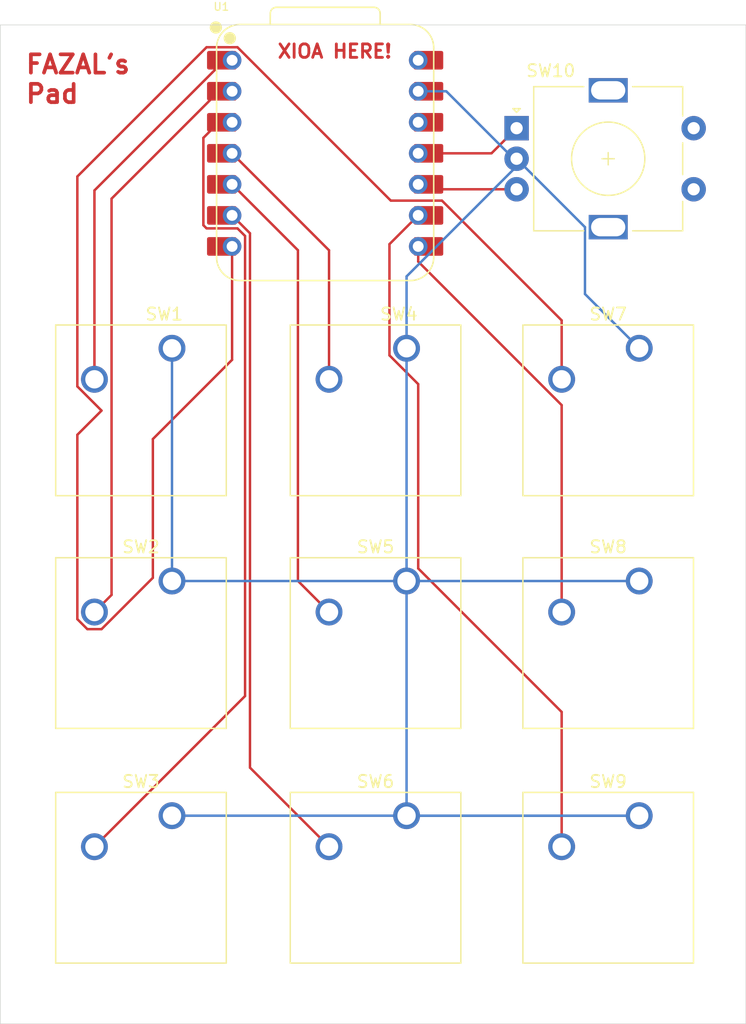
<source format=kicad_pcb>
(kicad_pcb (version 20241229) (generator "pcbnew") (generator_version "9.0")
  (layers (0 "F.Cu" signal) (2 "B.Cu" signal) (13 "F.Paste" user) (15 "B.Paste" user) (5 "F.SilkS" user "F.Silkscreen") (7 "B.SilkS" user "B.Silkscreen") (1 "F.Mask" user) (3 "B.Mask" user) (25 "Edge.Cuts" user))
  (net 0 "")
  (net 1 "Net-(U1-GPIO26{slash}ADC0{slash}A0)")
  (net 2 "GND")
  (net 3 "Net-(U1-GPIO27{slash}ADC1{slash}A1)")
  (net 4 "Net-(U1-GPIO28{slash}ADC2{slash}A2)")
  (net 5 "Net-(U1-GPIO29{slash}ADC3{slash}A3)")
  (net 6 "Net-(U1-GPIO6{slash}SDA)")
  (net 7 "Net-(U1-GPIO0{slash}TX)")
  (net 8 "Net-(U1-GPIO1{slash}RX)")
  (net 9 "Net-(U1-GPIO2{slash}SCK)")
  (net 10 "Net-(U1-GPIO3{slash}MOSI)")
  (net 11 "Net-(U1-GPIO4{slash}MISO)")
  (net 13 "+5V")
  (net 14 "Net-(U1-GPIO7{slash}SCL)")
  (footprint "BPL:RotaryEncoder_Alps_EC11E-Switch_Vertical_H20mm" (layer "F.Cu") (at 121.0875 62.63125)
    (property "Reference" "SW10" (at 2.8 -4.7 0) (layer "F.SilkS"))
    (property "Value" "RotaryEncoder")
    (fp_line (start -0.3 -1.6) (end 0.3 -1.6) (stroke (width 0.12)) (layer "F.SilkS"))
    (fp_line (start 0 -1.3) (end -0.3 -1.6) (stroke (width 0.12)) (layer "F.SilkS"))
    (fp_line (start 0.3 -1.6) (end 0 -1.3) (stroke (width 0.12)) (layer "F.SilkS"))
    (fp_line (start 1.4 -3.4) (end 1.4 8.4) (stroke (width 0.12)) (layer "F.SilkS"))
    (fp_line (start 5.5 -3.4) (end 1.4 -3.4) (stroke (width 0.12)) (layer "F.SilkS"))
    (fp_line (start 5.5 8.4) (end 1.4 8.4) (stroke (width 0.12)) (layer "F.SilkS"))
    (fp_line (start 7 2.5) (end 8 2.5) (stroke (width 0.12)) (layer "F.SilkS"))
    (fp_line (start 7.5 2) (end 7.5 3) (stroke (width 0.12)) (layer "F.SilkS"))
    (fp_line (start 9.5 -3.4) (end 13.6 -3.4) (stroke (width 0.12)) (layer "F.SilkS"))
    (fp_line (start 13.6 -3.4) (end 13.6 -1) (stroke (width 0.12)) (layer "F.SilkS"))
    (fp_line (start 13.6 1.2) (end 13.6 3.8) (stroke (width 0.12)) (layer "F.SilkS"))
    (fp_line (start 13.6 6) (end 13.6 8.4) (stroke (width 0.12)) (layer "F.SilkS"))
    (fp_line (start 13.6 8.4) (end 9.5 8.4) (stroke (width 0.12)) (layer "F.SilkS"))
    (fp_circle (center 7.5 2.5) (end 10.5 2.5) (stroke (width 0.12)) (fill no) (layer "F.SilkS"))
    (pad "A" thru_hole rect (at 0 0) (size 2 2) (drill 1) (layers "*.Cu" "*.Mask") (net 10 "Net-(U1-GPIO3{slash}MOSI)"))
    (pad "B" thru_hole circle (at 0 5) (size 2 2) (drill 1) (layers "*.Cu" "*.Mask") (net 11 "Net-(U1-GPIO4{slash}MISO)"))
    (pad "C" thru_hole circle (at 0 2.5) (size 2 2) (drill 1) (layers "*.Cu" "*.Mask") (net 2 "GND"))
    (pad "MP" thru_hole rect (at 7.5 -3.1) (size 3.2 2) (drill oval 2.8 1.5) (layers "*.Cu" "*.Mask"))
    (pad "MP" thru_hole rect (at 7.5 8.1) (size 3.2 2) (drill oval 2.8 1.5) (layers "*.Cu" "*.Mask"))
    (pad "S1" thru_hole circle (at 14.5 5) (size 2 2) (drill 1) (layers "*.Cu" "*.Mask"))
    (pad "S2" thru_hole circle (at 14.5 0) (size 2 2) (drill 1) (layers "*.Cu" "*.Mask"))
  )
  (footprint "Button_Switch_Keyboard:SW_Cherry_MX_1.00u_PCB" (layer "F.Cu") (at 92.86875 99.695)
    (property "Reference" "SW2" (at -2.54 -2.794 0) (layer "F.SilkS"))
    (property "Value" "SW_Push")
    (fp_line (start -9.525 -1.905) (end 4.445 -1.905) (stroke (width 0.12)) (layer "F.SilkS"))
    (fp_line (start -9.525 12.065) (end -9.525 -1.905) (stroke (width 0.12)) (layer "F.SilkS"))
    (fp_line (start 4.445 -1.905) (end 4.445 12.065) (stroke (width 0.12)) (layer "F.SilkS"))
    (fp_line (start 4.445 12.065) (end -9.525 12.065) (stroke (width 0.12)) (layer "F.SilkS"))
    (pad "" np_thru_hole circle (at -7.62 5.08) (size 1.7 1.7) (drill 1.7) (layers "*.Cu" "*.Mask"))
    (pad "" np_thru_hole circle (at -2.54 5.08) (size 4 4) (drill 4) (layers "*.Cu" "*.Mask"))
    (pad "" np_thru_hole circle (at 2.54 5.08) (size 1.7 1.7) (drill 1.7) (layers "*.Cu" "*.Mask"))
    (pad "1" thru_hole circle (at 0 0) (size 2.2 2.2) (drill 1.5) (layers "*.Cu" "*.Mask") (net 2 "GND"))
    (pad "2" thru_hole circle (at -6.35 2.54) (size 2.2 2.2) (drill 1.5) (layers "*.Cu" "*.Mask") (net 3 "Net-(U1-GPIO27{slash}ADC1{slash}A1)"))
  )
  (footprint "Button_Switch_Keyboard:SW_Cherry_MX_1.00u_PCB" (layer "F.Cu") (at 92.86875 118.90375)
    (property "Reference" "SW3" (at -2.54 -2.794 0) (layer "F.SilkS"))
    (property "Value" "SW_Push")
    (fp_line (start -9.525 -1.905) (end 4.445 -1.905) (stroke (width 0.12)) (layer "F.SilkS"))
    (fp_line (start -9.525 12.065) (end -9.525 -1.905) (stroke (width 0.12)) (layer "F.SilkS"))
    (fp_line (start 4.445 -1.905) (end 4.445 12.065) (stroke (width 0.12)) (layer "F.SilkS"))
    (fp_line (start 4.445 12.065) (end -9.525 12.065) (stroke (width 0.12)) (layer "F.SilkS"))
    (pad "" np_thru_hole circle (at -7.62 5.08) (size 1.7 1.7) (drill 1.7) (layers "*.Cu" "*.Mask"))
    (pad "" np_thru_hole circle (at -2.54 5.08) (size 4 4) (drill 4) (layers "*.Cu" "*.Mask"))
    (pad "" np_thru_hole circle (at 2.54 5.08) (size 1.7 1.7) (drill 1.7) (layers "*.Cu" "*.Mask"))
    (pad "1" thru_hole circle (at 0 0) (size 2.2 2.2) (drill 1.5) (layers "*.Cu" "*.Mask") (net 2 "GND"))
    (pad "2" thru_hole circle (at -6.35 2.54) (size 2.2 2.2) (drill 1.5) (layers "*.Cu" "*.Mask") (net 4 "Net-(U1-GPIO28{slash}ADC2{slash}A2)"))
  )
  (footprint "Button_Switch_Keyboard:SW_Cherry_MX_1.00u_PCB" (layer "F.Cu") (at 131.1275 118.90375)
    (property "Reference" "SW9" (at -2.54 -2.794 0) (layer "F.SilkS"))
    (property "Value" "SW_Push")
    (fp_line (start -9.525 -1.905) (end 4.445 -1.905) (stroke (width 0.12)) (layer "F.SilkS"))
    (fp_line (start -9.525 12.065) (end -9.525 -1.905) (stroke (width 0.12)) (layer "F.SilkS"))
    (fp_line (start 4.445 -1.905) (end 4.445 12.065) (stroke (width 0.12)) (layer "F.SilkS"))
    (fp_line (start 4.445 12.065) (end -9.525 12.065) (stroke (width 0.12)) (layer "F.SilkS"))
    (pad "" np_thru_hole circle (at -7.62 5.08) (size 1.7 1.7) (drill 1.7) (layers "*.Cu" "*.Mask"))
    (pad "" np_thru_hole circle (at -2.54 5.08) (size 4 4) (drill 4) (layers "*.Cu" "*.Mask"))
    (pad "" np_thru_hole circle (at 2.54 5.08) (size 1.7 1.7) (drill 1.7) (layers "*.Cu" "*.Mask"))
    (pad "1" thru_hole circle (at 0 0) (size 2.2 2.2) (drill 1.5) (layers "*.Cu" "*.Mask") (net 2 "GND"))
    (pad "2" thru_hole circle (at -6.35 2.54) (size 2.2 2.2) (drill 1.5) (layers "*.Cu" "*.Mask") (net 9 "Net-(U1-GPIO2{slash}SCK)"))
  )
  (footprint "OPL:XIAO-RP2040-DIP" (layer "F.Cu") (at 105.41 64.6885)
    (property "Reference" "U1" (at -8.5 -12 0) (layer "F.SilkS") (effects (font (size 0.635 0.635) (thickness 0.1016))))
    (property "Value" "XIAO-RP2040-DIP")
    (fp_line (start -8.89 8.509) (end -8.89 -8.636) (stroke (width 0.127)) (layer "F.SilkS"))
    (fp_line (start -6.985 10.414) (end 6.985 10.414) (stroke (width 0.127)) (layer "F.SilkS"))
    (fp_line (start -4.495 -10.541) (end -4.491272 -11.451272) (stroke (width 0.127)) (layer "F.SilkS"))
    (fp_line (start -3.991272 -11.951) (end 4.004 -11.951) (stroke (width 0.127)) (layer "F.SilkS"))
    (fp_line (start 4.504 -11.451) (end 4.504 -10.541) (stroke (width 0.127)) (layer "F.SilkS"))
    (fp_line (start 6.985 -10.541) (end -6.985 -10.541) (stroke (width 0.1)) (layer "F.SilkS"))
    (fp_line (start 6.985 -10.541) (end -6.985 -10.541) (stroke (width 0.127)) (layer "F.SilkS"))
    (fp_line (start 8.89 8.509) (end 8.89 -8.636) (stroke (width 0.127)) (layer "F.SilkS"))
    (fp_arc (start -8.89 -8.636) (mid -8.332038 -9.983038) (end -6.985 -10.541) (stroke (width 0.127)) (layer "F.SilkS"))
    (fp_arc (start -6.985 10.414) (mid -8.332038 9.856038) (end -8.89 8.509) (stroke (width 0.127)) (layer "F.SilkS"))
    (fp_arc (start -4.491272 -11.451272) (mid -4.344728 -11.80464) (end -3.991272 -11.951) (stroke (width 0.127)) (layer "F.SilkS"))
    (fp_arc (start 4.004 -11.951) (mid 4.357553 -11.804553) (end 4.504 -11.451) (stroke (width 0.127)) (layer "F.SilkS"))
    (fp_arc (start 6.985 -10.541) (mid 8.332038 -9.983038) (end 8.89 -8.636) (stroke (width 0.127)) (layer "F.SilkS"))
    (fp_arc (start 8.89 8.509) (mid 8.332038 9.856038) (end 6.985 10.414) (stroke (width 0.127)) (layer "F.SilkS"))
    (fp_circle (center -8.95 -10.3) (end -8.95 -10.554) (stroke (width 0.5)) (fill yes) (layer "F.SilkS"))
    (fp_circle (center -7.807 -9.42) (end -7.807 -9.674) (stroke (width 0.5)) (fill yes) (layer "F.SilkS"))
    (pad "1" smd roundrect (at -8.455 -7.62 180) (size 2.432 1.524) (layers "F.Cu" "F.Mask") (roundrect_rratio 0.1) (net 1 "Net-(U1-GPIO26{slash}ADC0{slash}A0)"))
    (pad "1" thru_hole circle (at -7.62 -7.62 180) (size 1.524 1.524) (drill 0.889) (layers "*.Cu" "*.Mask") (net 1 "Net-(U1-GPIO26{slash}ADC0{slash}A0)"))
    (pad "2" smd roundrect (at -8.455 -5.08 180) (size 2.432 1.524) (layers "F.Cu" "F.Mask") (roundrect_rratio 0.1) (net 3 "Net-(U1-GPIO27{slash}ADC1{slash}A1)"))
    (pad "2" thru_hole circle (at -7.62 -5.08 180) (size 1.524 1.524) (drill 0.889) (layers "*.Cu" "*.Mask") (net 3 "Net-(U1-GPIO27{slash}ADC1{slash}A1)"))
    (pad "3" smd roundrect (at -8.455 -2.54 180) (size 2.432 1.524) (layers "F.Cu" "F.Mask") (roundrect_rratio 0.1) (net 4 "Net-(U1-GPIO28{slash}ADC2{slash}A2)"))
    (pad "3" thru_hole circle (at -7.62 -2.54 180) (size 1.524 1.524) (drill 0.889) (layers "*.Cu" "*.Mask") (net 4 "Net-(U1-GPIO28{slash}ADC2{slash}A2)"))
    (pad "4" smd roundrect (at -8.455 0 180) (size 2.432 1.524) (layers "F.Cu" "F.Mask") (roundrect_rratio 0.1) (net 5 "Net-(U1-GPIO29{slash}ADC3{slash}A3)"))
    (pad "4" thru_hole circle (at -7.62 0 180) (size 1.524 1.524) (drill 0.889) (layers "*.Cu" "*.Mask") (net 5 "Net-(U1-GPIO29{slash}ADC3{slash}A3)"))
    (pad "5" smd roundrect (at -8.455 2.54 180) (size 2.432 1.524) (layers "F.Cu" "F.Mask") (roundrect_rratio 0.1) (net 6 "Net-(U1-GPIO6{slash}SDA)"))
    (pad "5" thru_hole circle (at -7.62 2.54 180) (size 1.524 1.524) (drill 0.889) (layers "*.Cu" "*.Mask") (net 6 "Net-(U1-GPIO6{slash}SDA)"))
    (pad "6" smd roundrect (at -8.455 5.08 180) (size 2.432 1.524) (layers "F.Cu" "F.Mask") (roundrect_rratio 0.1) (net 14 "Net-(U1-GPIO7{slash}SCL)"))
    (pad "6" thru_hole circle (at -7.62 5.08 180) (size 1.524 1.524) (drill 0.889) (layers "*.Cu" "*.Mask") (net 14 "Net-(U1-GPIO7{slash}SCL)"))
    (pad "7" smd roundrect (at -8.455 7.62 180) (size 2.432 1.524) (layers "F.Cu" "F.Mask") (roundrect_rratio 0.1) (net 7 "Net-(U1-GPIO0{slash}TX)"))
    (pad "7" thru_hole circle (at -7.62 7.62 180) (size 1.524 1.524) (drill 0.889) (layers "*.Cu" "*.Mask") (net 7 "Net-(U1-GPIO0{slash}TX)"))
    (pad "8" thru_hole circle (at 7.62 7.62) (size 1.524 1.524) (drill 0.889) (layers "*.Cu" "*.Mask") (net 8 "Net-(U1-GPIO1{slash}RX)"))
    (pad "8" smd roundrect (at 8.455 7.62) (size 2.432 1.524) (layers "F.Cu" "F.Mask") (roundrect_rratio 0.1) (net 8 "Net-(U1-GPIO1{slash}RX)"))
    (pad "9" thru_hole circle (at 7.62 5.08) (size 1.524 1.524) (drill 0.889) (layers "*.Cu" "*.Mask") (net 9 "Net-(U1-GPIO2{slash}SCK)"))
    (pad "9" smd roundrect (at 8.455 5.08) (size 2.432 1.524) (layers "F.Cu" "F.Mask") (roundrect_rratio 0.1) (net 9 "Net-(U1-GPIO2{slash}SCK)"))
    (pad "10" thru_hole circle (at 7.62 2.54) (size 1.524 1.524) (drill 0.889) (layers "*.Cu" "*.Mask") (net 11 "Net-(U1-GPIO4{slash}MISO)"))
    (pad "10" smd roundrect (at 8.455 2.54) (size 2.432 1.524) (layers "F.Cu" "F.Mask") (roundrect_rratio 0.1) (net 11 "Net-(U1-GPIO4{slash}MISO)"))
    (pad "11" thru_hole circle (at 7.62 0) (size 1.524 1.524) (drill 0.889) (layers "*.Cu" "*.Mask") (net 10 "Net-(U1-GPIO3{slash}MOSI)"))
    (pad "11" smd roundrect (at 8.455 0) (size 2.432 1.524) (layers "F.Cu" "F.Mask") (roundrect_rratio 0.1) (net 10 "Net-(U1-GPIO3{slash}MOSI)"))
    (pad "12" thru_hole circle (at 7.62 -2.54) (size 1.524 1.524) (drill 0.889) (layers "*.Cu" "*.Mask"))
    (pad "12" smd roundrect (at 8.455 -2.54) (size 2.432 1.524) (layers "F.Cu" "F.Mask") (roundrect_rratio 0.1))
    (pad "13" thru_hole circle (at 7.62 -5.08) (size 1.524 1.524) (drill 0.889) (layers "*.Cu" "*.Mask") (net 2 "GND"))
    (pad "13" smd roundrect (at 8.455 -5.08) (size 2.432 1.524) (layers "F.Cu" "F.Mask") (roundrect_rratio 0.1) (net 2 "GND"))
    (pad "14" thru_hole circle (at 7.62 -7.62) (size 1.524 1.524) (drill 0.889) (layers "*.Cu" "*.Mask") (net 13 "+5V"))
    (pad "14" smd roundrect (at 8.455 -7.62) (size 2.432 1.524) (layers "F.Cu" "F.Mask") (roundrect_rratio 0.1) (net 13 "+5V"))
  )
  (footprint "Button_Switch_Keyboard:SW_Cherry_MX_1.00u_PCB" (layer "F.Cu") (at 92.86875 80.645)
    (property "Reference" "SW1" (at -0.635 -2.794 0) (layer "F.SilkS"))
    (property "Value" "SW_Push")
    (fp_line (start -9.525 -1.905) (end 4.445 -1.905) (stroke (width 0.12)) (layer "F.SilkS"))
    (fp_line (start -9.525 12.065) (end -9.525 -1.905) (stroke (width 0.12)) (layer "F.SilkS"))
    (fp_line (start 4.445 -1.905) (end 4.445 12.065) (stroke (width 0.12)) (layer "F.SilkS"))
    (fp_line (start 4.445 12.065) (end -9.525 12.065) (stroke (width 0.12)) (layer "F.SilkS"))
    (pad "" np_thru_hole circle (at -7.62 5.08) (size 1.7 1.7) (drill 1.7) (layers "*.Cu" "*.Mask"))
    (pad "" np_thru_hole circle (at -2.54 5.08) (size 4 4) (drill 4) (layers "*.Cu" "*.Mask"))
    (pad "" np_thru_hole circle (at 2.54 5.08) (size 1.7 1.7) (drill 1.7) (layers "*.Cu" "*.Mask"))
    (pad "1" thru_hole circle (at 0 0) (size 2.2 2.2) (drill 1.5) (layers "*.Cu" "*.Mask") (net 2 "GND"))
    (pad "2" thru_hole circle (at -6.35 2.54) (size 2.2 2.2) (drill 1.5) (layers "*.Cu" "*.Mask") (net 1 "Net-(U1-GPIO26{slash}ADC0{slash}A0)"))
  )
  (footprint "Button_Switch_Keyboard:SW_Cherry_MX_1.00u_PCB" (layer "F.Cu") (at 112.0775 118.90375)
    (property "Reference" "SW6" (at -2.54 -2.794 0) (layer "F.SilkS"))
    (property "Value" "SW_Push")
    (fp_line (start -9.525 -1.905) (end 4.445 -1.905) (stroke (width 0.12)) (layer "F.SilkS"))
    (fp_line (start -9.525 12.065) (end -9.525 -1.905) (stroke (width 0.12)) (layer "F.SilkS"))
    (fp_line (start 4.445 -1.905) (end 4.445 12.065) (stroke (width 0.12)) (layer "F.SilkS"))
    (fp_line (start 4.445 12.065) (end -9.525 12.065) (stroke (width 0.12)) (layer "F.SilkS"))
    (pad "" np_thru_hole circle (at -7.62 5.08) (size 1.7 1.7) (drill 1.7) (layers "*.Cu" "*.Mask"))
    (pad "" np_thru_hole circle (at -2.54 5.08) (size 4 4) (drill 4) (layers "*.Cu" "*.Mask"))
    (pad "" np_thru_hole circle (at 2.54 5.08) (size 1.7 1.7) (drill 1.7) (layers "*.Cu" "*.Mask"))
    (pad "1" thru_hole circle (at 0 0) (size 2.2 2.2) (drill 1.5) (layers "*.Cu" "*.Mask") (net 2 "GND"))
    (pad "2" thru_hole circle (at -6.35 2.54) (size 2.2 2.2) (drill 1.5) (layers "*.Cu" "*.Mask") (net 14 "Net-(U1-GPIO7{slash}SCL)"))
  )
  (footprint "Button_Switch_Keyboard:SW_Cherry_MX_1.00u_PCB" (layer "F.Cu") (at 131.1275 80.645)
    (property "Reference" "SW7" (at -2.54 -2.794 0) (layer "F.SilkS"))
    (property "Value" "SW_Push")
    (fp_line (start -9.525 -1.905) (end 4.445 -1.905) (stroke (width 0.12)) (layer "F.SilkS"))
    (fp_line (start -9.525 12.065) (end -9.525 -1.905) (stroke (width 0.12)) (layer "F.SilkS"))
    (fp_line (start 4.445 -1.905) (end 4.445 12.065) (stroke (width 0.12)) (layer "F.SilkS"))
    (fp_line (start 4.445 12.065) (end -9.525 12.065) (stroke (width 0.12)) (layer "F.SilkS"))
    (pad "" np_thru_hole circle (at -7.62 5.08) (size 1.7 1.7) (drill 1.7) (layers "*.Cu" "*.Mask"))
    (pad "" np_thru_hole circle (at -2.54 5.08) (size 4 4) (drill 4) (layers "*.Cu" "*.Mask"))
    (pad "" np_thru_hole circle (at 2.54 5.08) (size 1.7 1.7) (drill 1.7) (layers "*.Cu" "*.Mask"))
    (pad "1" thru_hole circle (at 0 0) (size 2.2 2.2) (drill 1.5) (layers "*.Cu" "*.Mask") (net 2 "GND"))
    (pad "2" thru_hole circle (at -6.35 2.54) (size 2.2 2.2) (drill 1.5) (layers "*.Cu" "*.Mask") (net 7 "Net-(U1-GPIO0{slash}TX)"))
  )
  (footprint "Button_Switch_Keyboard:SW_Cherry_MX_1.00u_PCB" (layer "F.Cu") (at 112.0775 80.645)
    (property "Reference" "SW4" (at -0.635 -2.794 0) (layer "F.SilkS"))
    (property "Value" "SW_Push")
    (fp_line (start -9.525 -1.905) (end 4.445 -1.905) (stroke (width 0.12)) (layer "F.SilkS"))
    (fp_line (start -9.525 12.065) (end -9.525 -1.905) (stroke (width 0.12)) (layer "F.SilkS"))
    (fp_line (start 4.445 -1.905) (end 4.445 12.065) (stroke (width 0.12)) (layer "F.SilkS"))
    (fp_line (start 4.445 12.065) (end -9.525 12.065) (stroke (width 0.12)) (layer "F.SilkS"))
    (pad "" np_thru_hole circle (at -7.62 5.08) (size 1.7 1.7) (drill 1.7) (layers "*.Cu" "*.Mask"))
    (pad "" np_thru_hole circle (at -2.54 5.08) (size 4 4) (drill 4) (layers "*.Cu" "*.Mask"))
    (pad "" np_thru_hole circle (at 2.54 5.08) (size 1.7 1.7) (drill 1.7) (layers "*.Cu" "*.Mask"))
    (pad "1" thru_hole circle (at 0 0) (size 2.2 2.2) (drill 1.5) (layers "*.Cu" "*.Mask") (net 2 "GND"))
    (pad "2" thru_hole circle (at -6.35 2.54) (size 2.2 2.2) (drill 1.5) (layers "*.Cu" "*.Mask") (net 5 "Net-(U1-GPIO29{slash}ADC3{slash}A3)"))
  )
  (footprint "Button_Switch_Keyboard:SW_Cherry_MX_1.00u_PCB" (layer "F.Cu") (at 112.0775 99.695)
    (property "Reference" "SW5" (at -2.54 -2.794 0) (layer "F.SilkS"))
    (property "Value" "SW_Push")
    (fp_line (start -9.525 -1.905) (end 4.445 -1.905) (stroke (width 0.12)) (layer "F.SilkS"))
    (fp_line (start -9.525 12.065) (end -9.525 -1.905) (stroke (width 0.12)) (layer "F.SilkS"))
    (fp_line (start 4.445 -1.905) (end 4.445 12.065) (stroke (width 0.12)) (layer "F.SilkS"))
    (fp_line (start 4.445 12.065) (end -9.525 12.065) (stroke (width 0.12)) (layer "F.SilkS"))
    (pad "" np_thru_hole circle (at -7.62 5.08) (size 1.7 1.7) (drill 1.7) (layers "*.Cu" "*.Mask"))
    (pad "" np_thru_hole circle (at -2.54 5.08) (size 4 4) (drill 4) (layers "*.Cu" "*.Mask"))
    (pad "" np_thru_hole circle (at 2.54 5.08) (size 1.7 1.7) (drill 1.7) (layers "*.Cu" "*.Mask"))
    (pad "1" thru_hole circle (at 0 0) (size 2.2 2.2) (drill 1.5) (layers "*.Cu" "*.Mask") (net 2 "GND"))
    (pad "2" thru_hole circle (at -6.35 2.54) (size 2.2 2.2) (drill 1.5) (layers "*.Cu" "*.Mask") (net 6 "Net-(U1-GPIO6{slash}SDA)"))
  )
  (footprint "Button_Switch_Keyboard:SW_Cherry_MX_1.00u_PCB" (layer "F.Cu") (at 131.1275 99.695)
    (property "Reference" "SW8" (at -2.54 -2.794 0) (layer "F.SilkS"))
    (property "Value" "SW_Push")
    (fp_line (start -9.525 -1.905) (end 4.445 -1.905) (stroke (width 0.12)) (layer "F.SilkS"))
    (fp_line (start -9.525 12.065) (end -9.525 -1.905) (stroke (width 0.12)) (layer "F.SilkS"))
    (fp_line (start 4.445 -1.905) (end 4.445 12.065) (stroke (width 0.12)) (layer "F.SilkS"))
    (fp_line (start 4.445 12.065) (end -9.525 12.065) (stroke (width 0.12)) (layer "F.SilkS"))
    (pad "" np_thru_hole circle (at -7.62 5.08) (size 1.7 1.7) (drill 1.7) (layers "*.Cu" "*.Mask"))
    (pad "" np_thru_hole circle (at -2.54 5.08) (size 4 4) (drill 4) (layers "*.Cu" "*.Mask"))
    (pad "" np_thru_hole circle (at 2.54 5.08) (size 1.7 1.7) (drill 1.7) (layers "*.Cu" "*.Mask"))
    (pad "1" thru_hole circle (at 0 0) (size 2.2 2.2) (drill 1.5) (layers "*.Cu" "*.Mask") (net 2 "GND"))
    (pad "2" thru_hole circle (at -6.35 2.54) (size 2.2 2.2) (drill 1.5) (layers "*.Cu" "*.Mask") (net 8 "Net-(U1-GPIO1{slash}RX)"))
  )
  (gr_rect (start 78.81 54.18) (end 139.86 135.94) (stroke (width 0.05)) (fill no) (layer "Edge.Cuts"))
  (gr_text "XIOA HERE!" (at 101.41 56.98 0) (layer "F.Cu") (effects (font (size 1.1 1.1) (thickness 0.23) (bold yes)) (justify left bottom)))
  (gr_text "FAZAL's\nPad" (at 80.76 60.7 0) (layer "F.Cu") (effects (font (size 1.5 1.5) (thickness 0.3) (bold yes)) (justify left bottom)))
  (segment (start 86.51875 83.185) (end 86.51875 67.726124) (width 0.2) (layer "F.Cu") (net 1))
  (segment (start 86.51875 67.726124) (end 97.176374 57.0685) (width 0.2) (layer "F.Cu") (net 1))
  (segment (start 97.176374 57.0685) (end 97.79 57.0685) (width 0.2) (layer "F.Cu") (net 1))
  (segment (start 121.0875 65.13125) (end 120.85125 65.13125) (width 0.2) (layer "B.Cu") (net 2))
  (segment (start 112.0775 99.695) (end 92.86875 99.695) (width 0.2) (layer "B.Cu") (net 2))
  (segment (start 121.0875 65.75431) (end 112.0775 74.76431) (width 0.2) (layer "B.Cu") (net 2))
  (segment (start 112.0775 80.645) (end 112.0775 99.695) (width 0.2) (layer "B.Cu") (net 2))
  (segment (start 126.6865 76.204) (end 126.6865 70.73025) (width 0.2) (layer "B.Cu") (net 2))
  (segment (start 92.86875 99.695) (end 92.86875 80.645) (width 0.2) (layer "B.Cu") (net 2))
  (segment (start 115.3285 59.6085) (end 113.03 59.6085) (width 0.2) (layer "B.Cu") (net 2))
  (segment (start 112.0775 74.76431) (end 112.0775 80.645) (width 0.2) (layer "B.Cu") (net 2))
  (segment (start 112.0775 99.695) (end 131.1275 99.695) (width 0.2) (layer "B.Cu") (net 2))
  (segment (start 110.98 118.90375) (end 131.1275 118.90375) (width 0.2) (layer "B.Cu") (net 2))
  (segment (start 112.0775 118.90375) (end 112.0775 99.695) (width 0.2) (layer "B.Cu") (net 2))
  (segment (start 131.1275 80.645) (end 126.6865 76.204) (width 0.2) (layer "B.Cu") (net 2))
  (segment (start 110.98 118.90375) (end 92.86875 118.90375) (width 0.2) (layer "B.Cu") (net 2))
  (segment (start 112.0775 118.90375) (end 131.1275 118.90375) (width 0.2) (layer "B.Cu") (net 2))
  (segment (start 121.0875 65.13125) (end 121.0875 65.75431) (width 0.2) (layer "B.Cu") (net 2))
  (segment (start 126.6865 70.73025) (end 121.0875 65.13125) (width 0.2) (layer "B.Cu") (net 2))
  (segment (start 112.0775 118.90375) (end 110.98 118.90375) (width 0.2) (layer "B.Cu") (net 2))
  (segment (start 120.85125 65.13125) (end 115.3285 59.6085) (width 0.2) (layer "B.Cu") (net 2))
  (segment (start 87.91975 68.40112) (end 96.71237 59.6085) (width 0.2) (layer "F.Cu") (net 3))
  (segment (start 96.71237 59.6085) (end 97.79 59.6085) (width 0.2) (layer "F.Cu") (net 3))
  (segment (start 87.91975 100.834) (end 87.91975 68.40112) (width 0.2) (layer "F.Cu") (net 3))
  (segment (start 86.51875 102.235) (end 87.91975 100.834) (width 0.2) (layer "F.Cu") (net 3))
  (segment (start 95.438 70.570126) (end 95.438 63.42287) (width 0.2) (layer "F.Cu") (net 4))
  (segment (start 86.51875 121.44375) (end 98.853 109.1095) (width 0.2) (layer "F.Cu") (net 4))
  (segment (start 98.853 71.45419) (end 98.23031 70.8315) (width 0.2) (layer "F.Cu") (net 4))
  (segment (start 96.71237 62.1485) (end 97.79 62.1485) (width 0.2) (layer "F.Cu") (net 4))
  (segment (start 95.438 63.42287) (end 96.71237 62.1485) (width 0.2) (layer "F.Cu") (net 4))
  (segment (start 98.853 109.1095) (end 98.853 71.45419) (width 0.2) (layer "F.Cu") (net 4))
  (segment (start 95.699374 70.8315) (end 95.438 70.570126) (width 0.2) (layer "F.Cu") (net 4))
  (segment (start 98.23031 70.8315) (end 95.699374 70.8315) (width 0.2) (layer "F.Cu") (net 4))
  (segment (start 105.7275 72.626) (end 97.79 64.6885) (width 0.2) (layer "F.Cu") (net 5))
  (segment (start 105.7275 83.185) (end 105.7275 72.626) (width 0.2) (layer "F.Cu") (net 5))
  (segment (start 105.7275 102.235) (end 103.181 99.6885) (width 0.2) (layer "F.Cu") (net 6))
  (segment (start 103.181 99.6885) (end 103.181 72.6195) (width 0.2) (layer "F.Cu") (net 6))
  (segment (start 103.181 72.6195) (end 97.79 67.2285) (width 0.2) (layer "F.Cu") (net 6))
  (segment (start 110.78481 68.56) (end 98.23031 56.0055) (width 0.2) (layer "F.Cu") (net 7))
  (segment (start 85.938436 103.636) (end 87.099064 103.636) (width 0.2) (layer "F.Cu") (net 7))
  (segment (start 85.11775 87.727942) (end 85.11775 102.815314) (width 0.2) (layer "F.Cu") (net 7))
  (segment (start 87.099064 103.636) (end 91.302566 99.432498) (width 0.2) (layer "F.Cu") (net 7))
  (segment (start 114.975126 68.56) (end 110.78481 68.56) (width 0.2) (layer "F.Cu") (net 7))
  (segment (start 91.302566 99.432498) (end 91.302566 88.076) (width 0.2) (layer "F.Cu") (net 7))
  (segment (start 95.699374 56.0055) (end 85.11775 66.587124) (width 0.2) (layer "F.Cu") (net 7))
  (segment (start 124.7775 83.185) (end 124.7775 78.362374) (width 0.2) (layer "F.Cu") (net 7))
  (segment (start 124.7775 78.362374) (end 114.975126 68.56) (width 0.2) (layer "F.Cu") (net 7))
  (segment (start 98.23031 56.0055) (end 95.699374 56.0055) (width 0.2) (layer "F.Cu") (net 7))
  (segment (start 91.302566 88.076) (end 97.79 81.588566) (width 0.2) (layer "F.Cu") (net 7))
  (segment (start 85.11775 66.587124) (end 85.11775 83.765314) (width 0.2) (layer "F.Cu") (net 7))
  (segment (start 97.79 81.588566) (end 97.79 72.3085) (width 0.2) (layer "F.Cu") (net 7))
  (segment (start 85.11775 83.765314) (end 87.099064 85.746628) (width 0.2) (layer "F.Cu") (net 7))
  (segment (start 85.11775 102.815314) (end 85.938436 103.636) (width 0.2) (layer "F.Cu") (net 7))
  (segment (start 87.099064 85.746628) (end 85.11775 87.727942) (width 0.2) (layer "F.Cu") (net 7))
  (segment (start 124.7775 85.2975) (end 113.03 73.55) (width 0.2) (layer "F.Cu") (net 8))
  (segment (start 113.03 73.55) (end 113.03 72.3085) (width 0.2) (layer "F.Cu") (net 8))
  (segment (start 124.7775 102.235) (end 124.7775 85.2975) (width 0.2) (layer "F.Cu") (net 8))
  (segment (start 113.03 83.578814) (end 110.6765 81.225314) (width 0.2) (layer "F.Cu") (net 9))
  (segment (start 124.7775 110.413686) (end 113.03 98.666186) (width 0.2) (layer "F.Cu") (net 9))
  (segment (start 110.6765 72.122) (end 113.03 69.7685) (width 0.2) (layer "F.Cu") (net 9))
  (segment (start 124.7775 121.44375) (end 124.7775 110.413686) (width 0.2) (layer "F.Cu") (net 9))
  (segment (start 110.6765 81.225314) (end 110.6765 72.122) (width 0.2) (layer "F.Cu") (net 9))
  (segment (start 113.03 98.666186) (end 113.03 83.578814) (width 0.2) (layer "F.Cu") (net 9))
  (segment (start 119.03025 64.6885) (end 113.03 64.6885) (width 0.2) (layer "F.Cu") (net 10))
  (segment (start 121.0875 62.63125) (end 119.03025 64.6885) (width 0.2) (layer "F.Cu") (net 10))
  (segment (start 121.0875 67.63125) (end 113.43275 67.63125) (width 0.2) (layer "F.Cu") (net 11))
  (segment (start 113.43275 67.63125) (end 113.03 67.2285) (width 0.2) (layer "F.Cu") (net 11))
  (segment (start 105.7275 121.44375) (end 99.254 114.97025) (width 0.2) (layer "F.Cu") (net 14))
  (segment (start 99.254 71.2325) (end 97.79 69.7685) (width 0.2) (layer "F.Cu") (net 14))
  (segment (start 99.254 114.97025) (end 99.254 71.2325) (width 0.2) (layer "F.Cu") (net 14))
)
</source>
